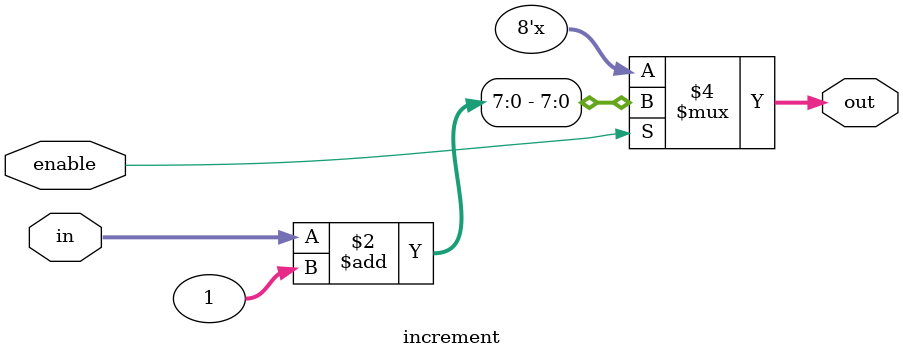
<source format=v>
module increment(in,out,enable);
input [7:0]in;
input enable;
output [7:0] out;
reg [7:0] out;

always@(in or enable)
begin
	if(enable)
		out = in+1;
end

endmodule

</source>
